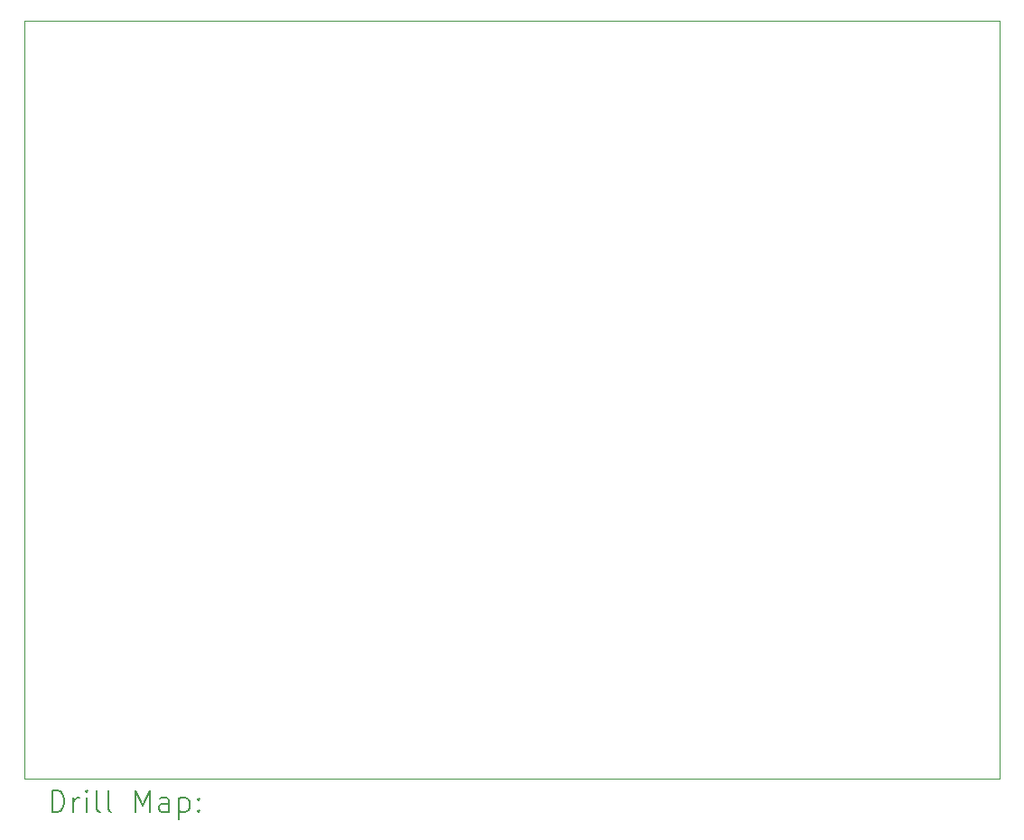
<source format=gbr>
%TF.GenerationSoftware,KiCad,Pcbnew,7.0.6*%
%TF.CreationDate,2023-08-10T21:44:05+02:00*%
%TF.ProjectId,ps2_mouse_to_serial_rev2,7073325f-6d6f-4757-9365-5f746f5f7365,rev?*%
%TF.SameCoordinates,Original*%
%TF.FileFunction,Drillmap*%
%TF.FilePolarity,Positive*%
%FSLAX45Y45*%
G04 Gerber Fmt 4.5, Leading zero omitted, Abs format (unit mm)*
G04 Created by KiCad (PCBNEW 7.0.6) date 2023-08-10 21:44:05*
%MOMM*%
%LPD*%
G01*
G04 APERTURE LIST*
%ADD10C,0.050000*%
%ADD11C,0.200000*%
G04 APERTURE END LIST*
D10*
X2540000Y-2540000D02*
X11684000Y-2540000D01*
X11684000Y-9652000D01*
X2540000Y-9652000D01*
X2540000Y-2540000D01*
D11*
X2798277Y-9965984D02*
X2798277Y-9765984D01*
X2798277Y-9765984D02*
X2845896Y-9765984D01*
X2845896Y-9765984D02*
X2874467Y-9775508D01*
X2874467Y-9775508D02*
X2893515Y-9794555D01*
X2893515Y-9794555D02*
X2903039Y-9813603D01*
X2903039Y-9813603D02*
X2912562Y-9851698D01*
X2912562Y-9851698D02*
X2912562Y-9880270D01*
X2912562Y-9880270D02*
X2903039Y-9918365D01*
X2903039Y-9918365D02*
X2893515Y-9937412D01*
X2893515Y-9937412D02*
X2874467Y-9956460D01*
X2874467Y-9956460D02*
X2845896Y-9965984D01*
X2845896Y-9965984D02*
X2798277Y-9965984D01*
X2998277Y-9965984D02*
X2998277Y-9832650D01*
X2998277Y-9870746D02*
X3007801Y-9851698D01*
X3007801Y-9851698D02*
X3017324Y-9842174D01*
X3017324Y-9842174D02*
X3036372Y-9832650D01*
X3036372Y-9832650D02*
X3055420Y-9832650D01*
X3122086Y-9965984D02*
X3122086Y-9832650D01*
X3122086Y-9765984D02*
X3112562Y-9775508D01*
X3112562Y-9775508D02*
X3122086Y-9785031D01*
X3122086Y-9785031D02*
X3131610Y-9775508D01*
X3131610Y-9775508D02*
X3122086Y-9765984D01*
X3122086Y-9765984D02*
X3122086Y-9785031D01*
X3245896Y-9965984D02*
X3226848Y-9956460D01*
X3226848Y-9956460D02*
X3217324Y-9937412D01*
X3217324Y-9937412D02*
X3217324Y-9765984D01*
X3350658Y-9965984D02*
X3331610Y-9956460D01*
X3331610Y-9956460D02*
X3322086Y-9937412D01*
X3322086Y-9937412D02*
X3322086Y-9765984D01*
X3579229Y-9965984D02*
X3579229Y-9765984D01*
X3579229Y-9765984D02*
X3645896Y-9908841D01*
X3645896Y-9908841D02*
X3712562Y-9765984D01*
X3712562Y-9765984D02*
X3712562Y-9965984D01*
X3893515Y-9965984D02*
X3893515Y-9861222D01*
X3893515Y-9861222D02*
X3883991Y-9842174D01*
X3883991Y-9842174D02*
X3864943Y-9832650D01*
X3864943Y-9832650D02*
X3826848Y-9832650D01*
X3826848Y-9832650D02*
X3807801Y-9842174D01*
X3893515Y-9956460D02*
X3874467Y-9965984D01*
X3874467Y-9965984D02*
X3826848Y-9965984D01*
X3826848Y-9965984D02*
X3807801Y-9956460D01*
X3807801Y-9956460D02*
X3798277Y-9937412D01*
X3798277Y-9937412D02*
X3798277Y-9918365D01*
X3798277Y-9918365D02*
X3807801Y-9899317D01*
X3807801Y-9899317D02*
X3826848Y-9889793D01*
X3826848Y-9889793D02*
X3874467Y-9889793D01*
X3874467Y-9889793D02*
X3893515Y-9880270D01*
X3988753Y-9832650D02*
X3988753Y-10032650D01*
X3988753Y-9842174D02*
X4007801Y-9832650D01*
X4007801Y-9832650D02*
X4045896Y-9832650D01*
X4045896Y-9832650D02*
X4064943Y-9842174D01*
X4064943Y-9842174D02*
X4074467Y-9851698D01*
X4074467Y-9851698D02*
X4083991Y-9870746D01*
X4083991Y-9870746D02*
X4083991Y-9927889D01*
X4083991Y-9927889D02*
X4074467Y-9946936D01*
X4074467Y-9946936D02*
X4064943Y-9956460D01*
X4064943Y-9956460D02*
X4045896Y-9965984D01*
X4045896Y-9965984D02*
X4007801Y-9965984D01*
X4007801Y-9965984D02*
X3988753Y-9956460D01*
X4169705Y-9946936D02*
X4179229Y-9956460D01*
X4179229Y-9956460D02*
X4169705Y-9965984D01*
X4169705Y-9965984D02*
X4160182Y-9956460D01*
X4160182Y-9956460D02*
X4169705Y-9946936D01*
X4169705Y-9946936D02*
X4169705Y-9965984D01*
X4169705Y-9842174D02*
X4179229Y-9851698D01*
X4179229Y-9851698D02*
X4169705Y-9861222D01*
X4169705Y-9861222D02*
X4160182Y-9851698D01*
X4160182Y-9851698D02*
X4169705Y-9842174D01*
X4169705Y-9842174D02*
X4169705Y-9861222D01*
M02*

</source>
